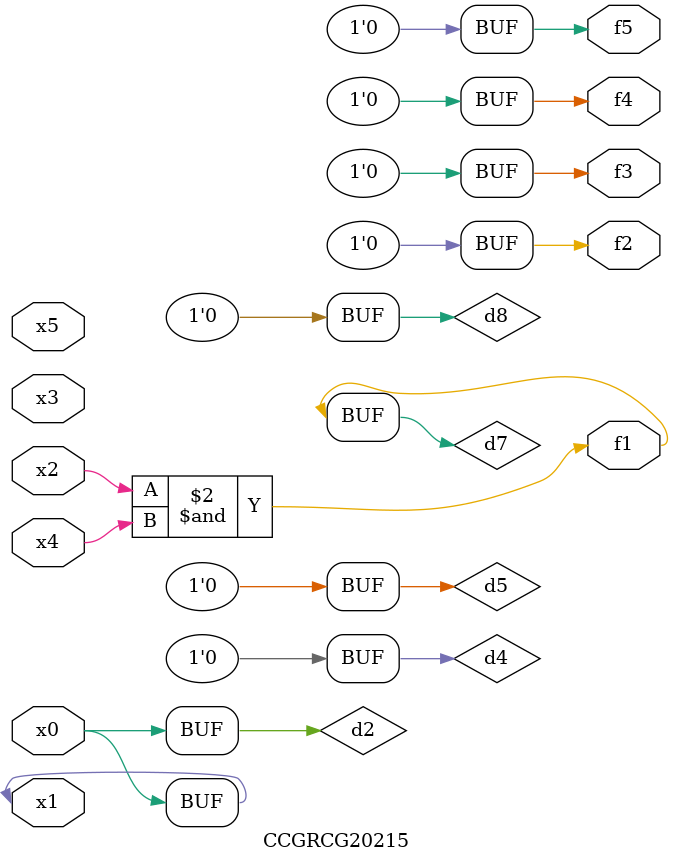
<source format=v>
module CCGRCG20215(
	input x0, x1, x2, x3, x4, x5,
	output f1, f2, f3, f4, f5
);

	wire d1, d2, d3, d4, d5, d6, d7, d8, d9;

	nand (d1, x1);
	buf (d2, x0, x1);
	nand (d3, x2, x4);
	and (d4, d1, d2);
	and (d5, d1, d2);
	nand (d6, d1, d3);
	not (d7, d3);
	xor (d8, d5);
	nor (d9, d5, d6);
	assign f1 = d7;
	assign f2 = d8;
	assign f3 = d8;
	assign f4 = d8;
	assign f5 = d8;
endmodule

</source>
